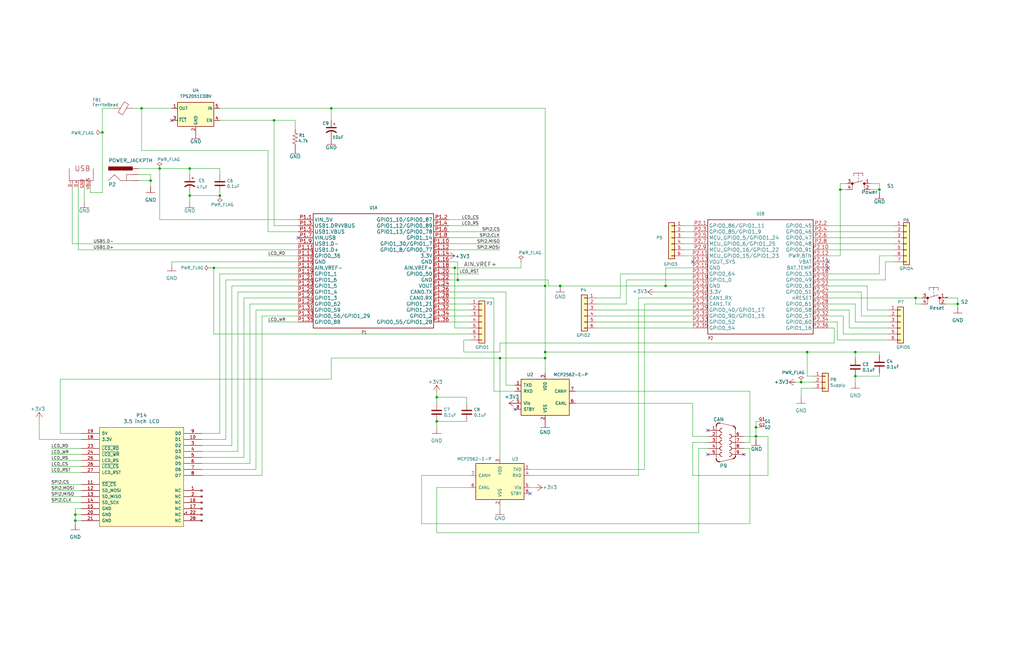
<source format=kicad_sch>
(kicad_sch (version 20250114) (generator "eeschema") (generator_version "9.0")
  (paper "USLedger")
  (title_block (date "2025-04-01"))
  (lib_symbols
    (symbol "Connector_Generic:Conn_01x03" (pin_names (offset 1.016) (hide yes))
      (property "Reference" "J" (at 0 5.08 0))
      (property "Value" "Conn_01x03" (at 0 -5.08 0))
      (symbol "Conn_01x03_1_1"
        (pin passive line (at -5.08 2.54 0) (length 3.81) (name "Pin_1") (number "1"))
        (pin passive line (at -5.08 0 0) (length 3.81) (name "Pin_2") (number "2"))
        (pin passive line (at -5.08 -2.54 0) (length 3.81) (name "Pin_3") (number "3"))
      )
    )
    (symbol "Connector_Generic:Conn_01x06" (pin_names (offset 1.016) (hide yes))
      (property "Reference" "J" (at 0 7.62 0))
      (property "Value" "Conn_01x06" (at 0 -10.16 0))
      (symbol "Conn_01x06_1_1"
        (pin passive line (at -5.08 5.08 0) (length 3.81) (name "Pin_1") (number "1"))
        (pin passive line (at -5.08 2.54 0) (length 3.81) (name "Pin_2") (number "2"))
        (pin passive line (at -5.08 0 0) (length 3.81) (name "Pin_3") (number "3"))
        (pin passive line (at -5.08 -2.54 0) (length 3.81) (name "Pin_4") (number "4"))
        (pin passive line (at -5.08 -5.08 0) (length 3.81) (name "Pin_5") (number "5"))
        (pin passive line (at -5.08 -7.62 0) (length 3.81) (name "Pin_6") (number "6"))
      )
    )
    (symbol "Connector_Generic:Conn_01x07" (pin_names (offset 1.016) (hide yes))
      (property "Reference" "J" (at 0 10.16 0))
      (property "Value" "Conn_01x07" (at 0 -10.16 0))
      (symbol "Conn_01x07_1_1"
        (pin passive line (at -5.08 7.62 0) (length 3.81) (name "Pin_1") (number "1"))
        (pin passive line (at -5.08 5.08 0) (length 3.81) (name "Pin_2") (number "2"))
        (pin passive line (at -5.08 2.54 0) (length 3.81) (name "Pin_3") (number "3"))
        (pin passive line (at -5.08 0 0) (length 3.81) (name "Pin_4") (number "4"))
        (pin passive line (at -5.08 -2.54 0) (length 3.81) (name "Pin_5") (number "5"))
        (pin passive line (at -5.08 -5.08 0) (length 3.81) (name "Pin_6") (number "6"))
        (pin passive line (at -5.08 -7.62 0) (length 3.81) (name "Pin_7") (number "7"))
      )
    )
    (symbol "Device:C" (pin_numbers (hide yes)) (pin_names (offset 0.254))
      (property "Reference" "C" (at 0.635 2.54 0))
      (property "Value" "C" (at 0.635 -2.54 0))
      (symbol "C_1_1"
        (pin passive line (at 0 3.81 270) (length 2.794) (name "~") (number "1"))
        (pin passive line (at 0 -3.81 90) (length 2.794) (name "~") (number "2"))
      )
    )
    (symbol "Device:C_Polarized_US" (pin_numbers (hide yes)) (pin_names (offset 0.254) (hide yes))
      (property "Reference" "C" (at 0.635 2.54 0))
      (property "Value" "C_Polarized_US" (at 0.635 -2.54 0))
      (symbol "C_Polarized_US_1_1"
        (pin passive line (at 0 3.81 270) (length 2.794) (name "~") (number "1"))
        (pin passive line (at 0 -3.81 90) (length 3.302) (name "~") (number "2"))
      )
    )
    (symbol "Device:FerriteBead" (pin_numbers (hide yes)) (pin_names (offset 0))
      (property "Reference" "FB" (at -3.81 0.635 90))
      (property "Value" "FerriteBead" (at 3.81 0 90))
      (symbol "FerriteBead_1_1"
        (pin passive line (at 0 3.81 270) (length 2.54) (name "~") (number "1"))
        (pin passive line (at 0 -3.81 90) (length 2.54) (name "~") (number "2"))
      )
    )
    (symbol "Device:R_US" (pin_numbers (hide yes)) (pin_names (offset 0))
      (property "Reference" "R" (at 2.54 0 90))
      (property "Value" "R_US" (at -2.54 0 90))
      (symbol "R_US_1_1"
        (pin passive line (at 0 3.81 270) (length 1.27) (name "~") (number "1"))
        (pin passive line (at 0 -3.81 90) (length 1.27) (name "~") (number "2"))
      )
    )
    (symbol "Interface_CAN_LIN:MCP2562-E-P" (pin_names (offset 1.016))
      (property "Reference" "U" (at -10.16 8.89 0))
      (property "Value" "MCP2562-E-P" (at 2.54 8.89 0))
      (symbol "MCP2562-E-P_1_1"
        (pin input line (at -12.7 5.08 0) (length 2.54) (name "TXD") (number "1"))
        (pin output line (at -12.7 2.54 0) (length 2.54) (name "RXD") (number "4"))
        (pin power_in line (at -12.7 -2.54 0) (length 2.54) (name "Vio") (number "5"))
        (pin input line (at -12.7 -5.08 0) (length 2.54) (name "STBY") (number "8"))
        (pin power_in line (at 0 10.16 270) (length 2.54) (name "VDD") (number "3"))
        (pin power_in line (at 0 -10.16 90) (length 2.54) (name "VSS") (number "2"))
        (pin bidirectional line (at 12.7 2.54 180) (length 2.54) (name "CANH") (number "7"))
        (pin bidirectional line (at 12.7 -2.54 180) (length 2.54) (name "CANL") (number "6"))
      )
    )
    (symbol "Power_Management:TPS2051CDBV"
      (property "Reference" "U" (at -7.62 -6.35 0))
      (property "Value" "TPS2051CDBV" (at -7.62 6.35 0))
      (symbol "TPS2051CDBV_1_1"
        (pin power_in line (at -10.16 2.54 0) (length 2.54) (name "IN") (number "5"))
        (pin input line (at -10.16 -2.54 0) (length 2.54) (name "EN") (number "4"))
        (pin power_in line (at 0 -7.62 90) (length 2.54) (name "GND") (number "2"))
        (pin power_out line (at 10.16 2.54 180) (length 2.54) (name "OUT") (number "1"))
        (pin open_collector line (at 10.16 -2.54 180) (length 2.54) (name "~{FLT}") (number "3"))
      )
    )
    (symbol "catu:+3V3" (power) (pin_names (offset 1.016))
      (property "Value" "+3V3" (at -2.54 -5.08 90))
      (symbol "+3V3_1_0"
        (pin power_in line (at 0 -2.54 90) (length 2.54) (name "+3V3") (number "1"))
      )
    )
    (symbol "catu:10-XX" (pin_names (offset 1.016))
      (property "Reference" "S" (at -6.35 -2.54 90))
      (property "Value" "10-XX" (at -3.81 3.175 90))
      (symbol "10-XX_1_0"
        (pin passive line (at 0 5.08 270) (length 2.54) (name "S") (number "1"))
        (pin passive line (at 0 -5.08 90) (length 2.54) (name "P") (number "3"))
        (pin passive line (at 2.54 5.08 270) (length 2.54) (name "S1") (number "2"))
        (pin passive line (at 2.54 -5.08 90) (length 2.54) (name "P1") (number "4"))
      )
    )
    (symbol "catu:F09HP" (pin_names (offset 1.016))
      (property "Reference" "P" (at -1.27 8.89 0))
      (property "Value" "F09HP" (at -3.81 -10.795 0))
      (symbol "F09HP_1_0"
        (pin passive line (at -7.62 5.08 0) (length 5.08) (name "1") (number "1"))
        (pin passive line (at -7.62 2.54 0) (length 5.08) (name "2") (number "2"))
        (pin passive line (at -7.62 0 0) (length 5.08) (name "3") (number "3"))
        (pin passive line (at -7.62 -2.54 0) (length 5.08) (name "4") (number "4"))
        (pin passive line (at -7.62 -5.08 0) (length 5.08) (name "5") (number "5"))
        (pin passive line (at 7.62 2.54 180) (length 5.08) (name "6") (number "6"))
        (pin passive line (at 7.62 0 180) (length 5.08) (name "7") (number "7"))
        (pin passive line (at 7.62 -2.54 180) (length 5.08) (name "8") (number "8"))
        (pin passive line (at 7.62 -5.08 180) (length 5.08) (name "9") (number "9"))
      )
      (symbol "F09HP_1_1"
        (pin power_in line (at 15.24 8.89 0) (length 0) (name "G1") (number "G1"))
        (pin power_in line (at 15.24 6.35 0) (length 0) (name "G2") (number "G2"))
      )
    )
    (symbol "catu:GND" (power) (pin_names (offset 1.016))
      (property "Value" "GND" (at -2.54 -2.54 0))
      (symbol "GND_1_0"
        (pin power_in line (at 0 2.54 270) (length 2.54) (name "GND") (number "1"))
      )
    )
    (symbol "catu:LCD_3.5mm" (pin_names (offset 1.016))
      (property "Reference" "P" (at -1.27 28.956 0))
      (property "Value" "3.5 inch LCD" (at -0.254 26.162 0))
      (symbol "LCD_3.5mm_1_1"
        (pin power_in line (at -25.4 21.59 0) (length 7.62) (name "5V") (number "19"))
        (pin power_in line (at -25.4 19.05 0) (length 7.62) (name "3.3V") (number "18"))
        (pin passive line (at -25.4 15.24 0) (length 7.62) (name "~{LCD_RD}") (number "23"))
        (pin passive line (at -25.4 12.7 0) (length 7.62) (name "~{LCD_WR}") (number "24"))
        (pin passive line (at -25.4 10.16 0) (length 7.62) (name "LCD_RS") (number "25"))
        (pin passive line (at -25.4 7.62 0) (length 7.62) (name "~{LCD_CS}") (number "26"))
        (pin passive line (at -25.4 5.08 0) (length 7.62) (name "LCD_RST") (number "27"))
        (pin passive line (at -25.4 0 0) (length 7.62) (name "~{SD_CS}") (number "11"))
        (pin passive line (at -25.4 -2.54 0) (length 7.62) (name "SD_MOSI") (number "12"))
        (pin passive line (at -25.4 -5.08 0) (length 7.62) (name "SD_MISO") (number "13"))
        (pin passive line (at -25.4 -7.62 0) (length 7.62) (name "SD_SCK") (number "14"))
        (pin power_in line (at -25.4 -10.16 0) (length 7.62) (name "GND") (number "15"))
        (pin power_in line (at -25.4 -12.7 0) (length 7.62) (name "GND") (number "20"))
        (pin power_in line (at -25.4 -15.24 0) (length 7.62) (name "GND") (number "21"))
        (pin passive line (at 25.4 21.59 180) (length 7.62) (name "D0") (number "9"))
        (pin passive line (at 25.4 19.05 180) (length 7.62) (name "D1") (number "10"))
        (pin passive line (at 25.4 16.51 180) (length 7.62) (name "D2") (number "3"))
        (pin passive line (at 25.4 13.97 180) (length 7.62) (name "D3") (number "4"))
        (pin passive line (at 25.4 11.43 180) (length 7.62) (name "D4") (number "5"))
        (pin passive line (at 25.4 8.89 180) (length 7.62) (name "D5") (number "6"))
        (pin passive line (at 25.4 6.35 180) (length 7.62) (name "D6") (number "7"))
        (pin passive line (at 25.4 3.81 180) (length 7.62) (name "D7") (number "8"))
        (pin no_connect line (at 25.4 -2.54 180) (length 7.62) (name "NC") (number "1"))
        (pin no_connect line (at 25.4 -5.08 180) (length 7.62) (name "NC") (number "2"))
        (pin no_connect line (at 25.4 -7.62 180) (length 7.62) (name "NC") (number "16"))
        (pin no_connect line (at 25.4 -10.16 180) (length 7.62) (name "NC") (number "17"))
        (pin no_connect input_low (at 25.4 -12.7 180) (length 7.62) (name "NC") (number "22"))
        (pin no_connect line (at 25.4 -15.24 180) (length 7.62) (name "NC") (number "28"))
      )
    )
    (symbol "catu:POWER_JACKPTH" (pin_names (offset 1.016))
      (property "Reference" "J" (at -10.16 0 0))
      (property "Value" "POWER_JACKPTH" (at -10.16 10.16 0))
      (symbol "POWER_JACKPTH_1_0"
        (pin passive line (at 2.54 7.62 180) (length 2.54) (name "PWR") (number "PWR"))
        (pin passive line (at 2.54 5.08 180) (length 2.54) (name "GNDBREAK") (number "GNDBREAK"))
        (pin passive line (at 2.54 2.54 180) (length 2.54) (name "GND") (number "GND"))
      )
    )
    (symbol "catu:PocketBeagle2"
      (property "Reference" "Pocketbeagle-2" (at -7.874 29.21 0))
      (symbol "PocketBeagle2_1_0"
        (text "P1" (at -2.54 -25.4 0) (effects (font (size 1.27 1.0795)) (justify left bottom)))
        (pin passive line (at -29.21 22.86 0) (length 6.35) (name "VIN_5V") (number "P1.1"))
        (pin passive line (at -29.21 20.32 0) (length 6.35) (name "USB1.DRVVBUS") (number "P1.3"))
        (pin passive line (at -29.21 17.78 0) (length 6.35) (name "USB1.VBUS") (number "P1.5"))
        (pin passive line (at -29.21 15.24 0) (length 6.35) (name "VIN.USB") (number "P1.7"))
        (pin passive line (at -29.21 12.7 0) (length 6.35) (name "USB1.D-") (number "P1.9"))
        (pin passive line (at -29.21 10.16 0) (length 6.35) (name "USB1.D+") (number "P1.11"))
        (pin passive line (at -29.21 7.62 0) (length 6.35) (name "GPIO0_36") (number "P1.13"))
        (pin power_in line (at -29.21 5.08 0) (length 6.35) (name "GND") (number "P1.15"))
        (pin power_in line (at -29.21 2.54 0) (length 6.35) (name "AIN.VREF-") (number "P1.17"))
        (pin passive line (at -29.21 0 0) (length 6.35) (name "GPIO1_1") (number "P1.19"))
        (pin passive line (at -29.21 -2.54 0) (length 6.35) (name "GPIO1_6") (number "P1.21"))
        (pin passive line (at -29.21 -5.08 0) (length 6.35) (name "GPIO1_5") (number "P1.23"))
        (pin passive line (at -29.21 -7.62 0) (length 6.35) (name "GPIO1_4") (number "P1.25"))
        (pin passive line (at -29.21 -10.16 0) (length 6.35) (name "GPIO1_3") (number "P1.27"))
        (pin passive line (at -29.21 -12.7 0) (length 6.35) (name "GPIO0_62") (number "P1.29"))
        (pin passive line (at -29.21 -15.24 0) (length 6.35) (name "GPIO0_59") (number "P1.31"))
        (pin passive line (at -29.21 -17.78 0) (length 6.35) (name "GPIO0_56/GPIO1_29") (number "P1.33"))
        (pin passive line (at -29.21 -20.32 0) (length 6.35) (name "GPIO0_88") (number "P1.35"))
        (pin passive line (at 34.29 22.86 180) (length 6.35) (name "GPIO1_10/GPIO0_87") (number "P1.2"))
        (pin passive line (at 34.29 20.32 180) (length 6.35) (name "GPIO1_12/GPIO0_89") (number "P1.4"))
        (pin passive line (at 34.29 17.78 180) (length 6.35) (name "GPIO1_13/GPIO0_78") (number "P1.6"))
        (pin passive line (at 34.29 15.24 180) (length 6.35) (name "GPIO1_14") (number "P1.8"))
        (pin passive line (at 34.29 12.7 180) (length 6.35) (name "GPIO1_30/GPIO1_7") (number "P1.10"))
        (pin passive line (at 34.29 10.16 180) (length 6.35) (name "GPIO1_8/GPIO0_77") (number "P1.12"))
        (pin power_in line (at 34.29 7.62 180) (length 6.35) (name "3.3V") (number "P1.14"))
        (pin power_in line (at 34.29 5.08 180) (length 6.35) (name "GND") (number "P1.16"))
        (pin power_in line (at 34.29 2.54 180) (length 6.35) (name "AIN.VREF+") (number "P1.18"))
        (pin passive line (at 34.29 0 180) (length 6.35) (name "GPIO0_50") (number "P1.20"))
        (pin power_in line (at 34.29 -2.54 180) (length 6.35) (name "GND") (number "P1.22"))
        (pin power_out line (at 34.29 -5.08 180) (length 6.35) (name "VOUT") (number "P1.24"))
        (pin passive line (at 34.29 -7.62 180) (length 6.35) (name "CAN0.TX") (number "P1.26"))
        (pin passive line (at 34.29 -10.16 180) (length 6.35) (name "CAN0.RX") (number "P1.28"))
        (pin passive line (at 34.29 -12.7 180) (length 6.35) (name "GPIO1_21") (number "P1.30"))
        (pin passive line (at 34.29 -15.24 180) (length 6.35) (name "GPIO1_20") (number "P1.32"))
        (pin passive line (at 34.29 -17.78 180) (length 6.35) (name "GPIO1_2") (number "P1.34"))
        (pin passive line (at 34.29 -20.32 180) (length 6.35) (name "GPIO0_55/GPIO1_28") (number "P1.36"))
      )
      (symbol "PocketBeagle2_2_0"
        (text "P2" (at -21.59 -24.13 0) (effects (font (size 1.27 1.0795)) (justify left bottom)))
        (pin passive line (at -27.94 24.13 0) (length 6.35) (name "GPIO0_86/GPIO1_11") (number "P2.1"))
        (pin passive line (at -27.94 21.59 0) (length 6.35) (name "GPIO0_85/GPIO1_9") (number "P2.3"))
        (pin passive line (at -27.94 19.05 0) (length 6.35) (name "MCU_GPIO0_5/GPIO01_24") (number "P2.5"))
        (pin passive line (at -27.94 16.51 0) (length 6.35) (name "MCU_GPIO0_6/GPIO1_25") (number "P2.7"))
        (pin passive line (at -27.94 13.97 0) (length 6.35) (name "MCU_GPIO0_16/GPIO1_22") (number "P2.9"))
        (pin passive line (at -27.94 11.43 0) (length 6.35) (name "MCU_GPIO0_15/GPIO1_23") (number "P2.11"))
        (pin power_out line (at -27.94 8.89 0) (length 6.35) (name "VOUT_SYS") (number "P2.13"))
        (pin power_in line (at -27.94 6.35 0) (length 6.35) (name "GND") (number "P2.15"))
        (pin passive line (at -27.94 3.81 0) (length 6.35) (name "GPIO0_64") (number "P2.17"))
        (pin passive line (at -27.94 1.27 0) (length 6.35) (name "GPIO1_0") (number "P2.19"))
        (pin power_in line (at -27.94 -1.27 0) (length 6.35) (name "GND") (number "P2.21"))
        (pin power_in line (at -27.94 -3.81 0) (length 6.35) (name "3.3V") (number "P2.23"))
        (pin passive line (at -27.94 -6.35 0) (length 6.35) (name "CAN1.RX") (number "P2.25"))
        (pin passive line (at -27.94 -8.89 0) (length 6.35) (name "CAN1.TX") (number "P2.27"))
        (pin passive line (at -27.94 -11.43 0) (length 6.35) (name "GPIO0_40/GPIO1_17") (number "P2.29"))
        (pin passive line (at -27.94 -13.97 0) (length 6.35) (name "GPIO0_90/GPIO1_15") (number "P2.31"))
        (pin passive line (at -27.94 -16.51 0) (length 6.35) (name "GPIO0_52") (number "P2.33"))
        (pin passive line (at -27.94 -19.05 0) (length 6.35) (name "GPIO0_54") (number "P2.35"))
        (pin passive line (at 29.21 24.13 180) (length 6.35) (name "GPIO0_45") (number "P2.2"))
        (pin passive line (at 29.21 21.59 180) (length 6.35) (name "GPIO0_46") (number "P2.4"))
        (pin passive line (at 29.21 19.05 180) (length 6.35) (name "GPIO0_47") (number "P2.6"))
        (pin passive line (at 29.21 16.51 180) (length 6.35) (name "GPIO0_48") (number "P2.8"))
        (pin passive line (at 29.21 13.97 180) (length 6.35) (name "GPIO0_91") (number "P2.10"))
        (pin passive line (at 29.21 11.43 180) (length 6.35) (name "PWR.BTN") (number "P2.12"))
        (pin passive line (at 29.21 8.89 180) (length 6.35) (name "VBAT") (number "P2.14"))
        (pin passive line (at 29.21 6.35 180) (length 6.35) (name "BAT.TEMP") (number "P2.16"))
        (pin passive line (at 29.21 3.81 180) (length 6.35) (name "GPIO0_53") (number "P2.18"))
        (pin passive line (at 29.21 1.27 180) (length 6.35) (name "GPIO0_49") (number "P2.20"))
        (pin passive line (at 29.21 -1.27 180) (length 6.35) (name "GPIO0_63") (number "P2.22"))
        (pin passive line (at 29.21 -3.81 180) (length 6.35) (name "GPIO0_51") (number "P2.24"))
        (pin passive line (at 29.21 -6.35 180) (length 6.35) (name "nRESET") (number "P2.26"))
        (pin passive line (at 29.21 -8.89 180) (length 6.35) (name "GPIO0_61") (number "P2.28"))
        (pin passive line (at 29.21 -11.43 180) (length 6.35) (name "GPIO0_58") (number "P2.30"))
        (pin passive line (at 29.21 -13.97 180) (length 6.35) (name "GPIO0_57") (number "P2.32"))
        (pin passive line (at 29.21 -16.51 180) (length 6.35) (name "GPIO0_60") (number "P2.34"))
        (pin passive line (at 29.21 -19.05 180) (length 6.35) (name "GPIO1_16") (number "P2.36"))
      )
    )
    (symbol "catu:USB-A-H" (pin_names (offset 1.016))
      (symbol "USB-A-H_1_0"
        (text "USB" (at 3.81 0 900) (effects (font (size 2.159 2.159)) (justify left bottom)))
        (pin passive line (at -2.54 7.62 0) (length 2.54) (name "D+") (number "D-"))
        (pin passive line (at -2.54 5.08 0) (length 2.54) (name "D-") (number "D+"))
        (pin power_in line (at -2.54 2.54 0) (length 2.54) (name "VBUS") (number "GND"))
        (pin power_in line (at -2.54 0 0) (length 2.54) (name "GND") (number "VBUS"))
      )
    )
    (symbol "power:PWR_FLAG" (power) (pin_numbers (hide yes)) (pin_names (offset 0) (hide yes))
      (property "Value" "PWR_FLAG" (at 0 3.81 0))
      (symbol "PWR_FLAG_0_0"
        (pin power_out line (at 0 0 90) (length 0) (name "~") (number "1"))
      )
    )
  )
  (junction (at 31.75 217.17))
  (junction (at 360.68 148.59))
  (junction (at 67.31 71.12))
  (junction (at 31.75 219.71))
  (junction (at 63.5 76.2))
  (junction (at 92.71 82.55))
  (junction (at 184.15 167.64))
  (junction (at 386.08 125.73))
  (junction (at 210.82 151.13))
  (junction (at 193.04 118.11))
  (junction (at 115.57 50.8))
  (junction (at 360.68 158.75))
  (junction (at 337.82 161.29))
  (junction (at 403.86 128.27))
  (junction (at 318.77 184.15))
  (junction (at 318.77 180.34))
  (junction (at 80.01 82.55))
  (junction (at 229.87 148.59))
  (junction (at 229.87 151.13))
  (junction (at 354.33 80.01))
  (junction (at 80.01 71.12))
  (junction (at 236.22 120.65))
  (junction (at 340.36 148.59))
  (junction (at 59.69 45.72))
  (junction (at 90.17 113.03))
  (junction (at 280.67 120.65))
  (junction (at 184.15 177.8))
  (junction (at 229.87 120.65))
  (junction (at 191.77 113.03))
  (junction (at 43.18 55.88))
  (junction (at 370.84 80.01))
  (junction (at 139.7 45.72))
  (no_connect (at 292.1 110.49))
  (no_connect (at 298.45 181.61))
  (no_connect (at 72.39 50.8))
  (no_connect (at 125.73 100.33))
  (no_connect (at 217.17 172.72))
  (no_connect (at 313.69 191.77))
  (no_connect (at 298.45 191.77))
  (no_connect (at 349.25 113.03))
  (no_connect (at 349.25 110.49))
  (no_connect (at 223.52 208.28))
  (wire (pts (xy 33.02 105.41) (xy 125.73 105.41)))
  (wire (pts (xy 21.59 204.47) (xy 34.29 204.47)))
  (wire (pts (xy 316.23 189.23) (xy 313.69 189.23)))
  (wire (pts (xy 223.52 198.12) (xy 271.78 198.12)))
  (wire (pts (xy 193.04 118.11) (xy 189.23 118.11)))
  (wire (pts (xy 189.23 110.49) (xy 193.04 110.49)))
  (wire (pts (xy 373.38 118.11) (xy 373.38 110.49)))
  (wire (pts (xy 90.17 113.03) (xy 125.73 113.03)))
  (wire (pts (xy 349.25 115.57) (xy 370.84 115.57)))
  (wire (pts (xy 177.8 200.66) (xy 177.8 220.98)))
  (wire (pts (xy 349.25 128.27) (xy 360.68 128.27)))
  (wire (pts (xy 80.01 71.12) (xy 92.71 71.12)))
  (wire (pts (xy 363.22 123.19) (xy 363.22 133.35)))
  (wire (pts (xy 189.23 97.79) (xy 210.82 97.79)))
  (wire (pts (xy 58.42 73.66) (xy 63.5 73.66)))
  (wire (pts (xy 21.59 207.01) (xy 34.29 207.01)))
  (wire (pts (xy 210.82 151.13) (xy 210.82 193.04)))
  (wire (pts (xy 370.84 81.28) (xy 370.84 80.01)))
  (wire (pts (xy 100.33 123.19) (xy 125.73 123.19)))
  (wire (pts (xy 139.7 151.13) (xy 139.7 160.02)))
  (wire (pts (xy 231.14 118.11) (xy 231.14 120.65)))
  (wire (pts (xy 354.33 77.47) (xy 356.87 77.47)))
  (wire (pts (xy 323.85 184.15) (xy 318.77 184.15)))
  (wire (pts (xy 367.03 77.47) (xy 370.84 77.47)))
  (wire (pts (xy 21.59 189.23) (xy 34.29 189.23)))
  (wire (pts (xy 184.15 177.8) (xy 196.85 177.8)))
  (wire (pts (xy 85.09 200.66) (xy 110.49 200.66)))
  (wire (pts (xy 251.46 128.27) (xy 264.16 128.27)))
  (wire (pts (xy 210.82 148.59) (xy 195.58 148.59)))
  (wire (pts (xy 31.75 217.17) (xy 31.75 219.71)))
  (wire (pts (xy 365.76 130.81) (xy 374.65 130.81)))
  (wire (pts (xy 251.46 138.43) (xy 292.1 138.43)))
  (wire (pts (xy 195.58 148.59) (xy 195.58 143.51)))
  (wire (pts (xy 80.01 81.28) (xy 80.01 82.55)))
  (wire (pts (xy 38.1 81.28) (xy 43.18 81.28)))
  (wire (pts (xy 63.5 76.2) (xy 58.42 76.2)))
  (wire (pts (xy 349.25 107.95) (xy 354.33 107.95)))
  (wire (pts (xy 63.5 73.66) (xy 63.5 76.2)))
  (wire (pts (xy 189.23 105.41) (xy 210.82 105.41)))
  (wire (pts (xy 59.69 63.5) (xy 59.69 45.72)))
  (wire (pts (xy 340.36 148.59) (xy 340.36 158.75)))
  (wire (pts (xy 21.59 196.85) (xy 34.29 196.85)))
  (wire (pts (xy 229.87 148.59) (xy 340.36 148.59)))
  (wire (pts (xy 355.6 140.97) (xy 374.65 140.97)))
  (wire (pts (xy 288.29 107.95) (xy 292.1 107.95)))
  (wire (pts (xy 386.08 125.73) (xy 386.08 128.27)))
  (wire (pts (xy 340.36 148.59) (xy 360.68 148.59)))
  (wire (pts (xy 349.25 105.41) (xy 377.19 105.41)))
  (wire (pts (xy 193.04 110.49) (xy 193.04 118.11)))
  (wire (pts (xy 360.68 158.75) (xy 370.84 158.75)))
  (wire (pts (xy 184.15 167.64) (xy 184.15 170.18)))
  (wire (pts (xy 85.09 185.42) (xy 95.25 185.42)))
  (wire (pts (xy 354.33 77.47) (xy 354.33 80.01)))
  (wire (pts (xy 198.12 200.66) (xy 177.8 200.66)))
  (wire (pts (xy 370.84 158.75) (xy 370.84 157.48)))
  (wire (pts (xy 370.84 107.95) (xy 377.19 107.95)))
  (wire (pts (xy 360.68 158.75) (xy 360.68 161.29)))
  (wire (pts (xy 251.46 130.81) (xy 292.1 130.81)))
  (wire (pts (xy 269.24 125.73) (xy 292.1 125.73)))
  (wire (pts (xy 139.7 160.02) (xy 25.4 160.02)))
  (wire (pts (xy 35.56 85.09) (xy 35.56 78.74)))
  (wire (pts (xy 85.09 182.88) (xy 92.71 182.88)))
  (wire (pts (xy 337.82 163.83) (xy 342.9 163.83)))
  (wire (pts (xy 31.75 214.63) (xy 31.75 217.17)))
  (wire (pts (xy 107.95 198.12) (xy 107.95 130.81)))
  (wire (pts (xy 30.48 78.74) (xy 30.48 102.87)))
  (wire (pts (xy 353.06 135.89) (xy 353.06 143.51)))
  (wire (pts (xy 195.58 143.51) (xy 198.12 143.51)))
  (wire (pts (xy 115.57 50.8) (xy 124.46 50.8)))
  (wire (pts (xy 360.68 148.59) (xy 370.84 148.59)))
  (wire (pts (xy 189.23 102.87) (xy 210.82 102.87)))
  (wire (pts (xy 354.33 80.01) (xy 356.87 80.01)))
  (wire (pts (xy 349.25 123.19) (xy 363.22 123.19)))
  (wire (pts (xy 189.23 125.73) (xy 208.28 125.73)))
  (wire (pts (xy 107.95 130.81) (xy 125.73 130.81)))
  (wire (pts (xy 353.06 143.51) (xy 374.65 143.51)))
  (wire (pts (xy 349.25 135.89) (xy 353.06 135.89)))
  (wire (pts (xy 72.39 110.49) (xy 125.73 110.49)))
  (wire (pts (xy 242.57 165.1) (xy 316.23 165.1)))
  (wire (pts (xy 370.84 77.47) (xy 370.84 80.01)))
  (wire (pts (xy 398.78 125.73) (xy 403.86 125.73)))
  (wire (pts (xy 351.79 144.78) (xy 210.82 144.78)))
  (wire (pts (xy 242.57 170.18) (xy 292.1 170.18)))
  (wire (pts (xy 288.29 105.41) (xy 292.1 105.41)))
  (wire (pts (xy 313.69 184.15) (xy 318.77 184.15)))
  (wire (pts (xy 349.25 133.35) (xy 355.6 133.35)))
  (wire (pts (xy 213.36 123.19) (xy 213.36 162.56)))
  (wire (pts (xy 16.51 185.42) (xy 34.29 185.42)))
  (wire (pts (xy 360.68 148.59) (xy 360.68 151.13)))
  (wire (pts (xy 360.68 135.89) (xy 374.65 135.89)))
  (wire (pts (xy 48.26 45.72) (xy 43.18 45.72)))
  (wire (pts (xy 403.86 128.27) (xy 403.86 129.54)))
  (wire (pts (xy 264.16 128.27) (xy 264.16 118.11)))
  (wire (pts (xy 229.87 148.59) (xy 229.87 151.13)))
  (wire (pts (xy 349.25 118.11) (xy 373.38 118.11)))
  (wire (pts (xy 189.23 120.65) (xy 229.87 120.65)))
  (wire (pts (xy 349.25 138.43) (xy 351.79 138.43)))
  (wire (pts (xy 219.71 110.49) (xy 219.71 113.03)))
  (wire (pts (xy 365.76 120.65) (xy 365.76 130.81)))
  (wire (pts (xy 275.59 123.19) (xy 292.1 123.19)))
  (wire (pts (xy 139.7 45.72) (xy 139.7 50.8)))
  (wire (pts (xy 43.18 45.72) (xy 43.18 55.88)))
  (wire (pts (xy 198.12 130.81) (xy 189.23 130.81)))
  (wire (pts (xy 292.1 120.65) (xy 280.67 120.65)))
  (wire (pts (xy 271.78 128.27) (xy 271.78 198.12)))
  (wire (pts (xy 292.1 186.69) (xy 292.1 200.66)))
  (wire (pts (xy 191.77 113.03) (xy 219.71 113.03)))
  (wire (pts (xy 229.87 120.65) (xy 229.87 148.59)))
  (wire (pts (xy 318.77 180.34) (xy 318.77 184.15)))
  (wire (pts (xy 292.1 170.18) (xy 292.1 184.15)))
  (wire (pts (xy 25.4 160.02) (xy 25.4 182.88)))
  (wire (pts (xy 184.15 205.74) (xy 184.15 224.79)))
  (wire (pts (xy 72.39 110.49) (xy 72.39 111.76)))
  (wire (pts (xy 21.59 212.09) (xy 34.29 212.09)))
  (wire (pts (xy 269.24 125.73) (xy 269.24 200.66)))
  (wire (pts (xy 85.09 198.12) (xy 107.95 198.12)))
  (wire (pts (xy 58.42 71.12) (xy 67.31 71.12)))
  (wire (pts (xy 80.01 71.12) (xy 80.01 73.66)))
  (wire (pts (xy 63.5 76.2) (xy 63.5 78.74)))
  (wire (pts (xy 189.23 113.03) (xy 191.77 113.03)))
  (wire (pts (xy 294.64 189.23) (xy 298.45 189.23)))
  (wire (pts (xy 196.85 167.64) (xy 196.85 170.18)))
  (wire (pts (xy 198.12 135.89) (xy 189.23 135.89)))
  (wire (pts (xy 92.71 71.12) (xy 92.71 73.66)))
  (wire (pts (xy 201.93 115.57) (xy 189.23 115.57)))
  (wire (pts (xy 208.28 125.73) (xy 208.28 165.1)))
  (wire (pts (xy 349.25 125.73) (xy 386.08 125.73)))
  (wire (pts (xy 191.77 138.43) (xy 198.12 138.43)))
  (wire (pts (xy 184.15 224.79) (xy 294.64 224.79)))
  (wire (pts (xy 288.29 95.25) (xy 292.1 95.25)))
  (wire (pts (xy 95.25 118.11) (xy 125.73 118.11)))
  (wire (pts (xy 88.9 113.03) (xy 90.17 113.03)))
  (wire (pts (xy 113.03 97.79) (xy 113.03 63.5)))
  (wire (pts (xy 358.14 138.43) (xy 374.65 138.43)))
  (wire (pts (xy 191.77 113.03) (xy 191.77 138.43)))
  (wire (pts (xy 85.09 195.58) (xy 105.41 195.58)))
  (wire (pts (xy 67.31 92.71) (xy 125.73 92.71)))
  (wire (pts (xy 85.09 187.96) (xy 97.79 187.96)))
  (wire (pts (xy 349.25 120.65) (xy 365.76 120.65)))
  (wire (pts (xy 210.82 151.13) (xy 229.87 151.13)))
  (wire (pts (xy 370.84 148.59) (xy 370.84 149.86)))
  (wire (pts (xy 124.46 50.8) (xy 124.46 54.61)))
  (wire (pts (xy 292.1 200.66) (xy 323.85 200.66)))
  (wire (pts (xy 288.29 100.33) (xy 292.1 100.33)))
  (wire (pts (xy 288.29 97.79) (xy 292.1 97.79)))
  (wire (pts (xy 67.31 71.12) (xy 67.31 92.71)))
  (wire (pts (xy 236.22 120.65) (xy 280.67 120.65)))
  (wire (pts (xy 193.04 118.11) (xy 231.14 118.11)))
  (wire (pts (xy 349.25 130.81) (xy 358.14 130.81)))
  (wire (pts (xy 261.62 125.73) (xy 261.62 115.57)))
  (wire (pts (xy 337.82 167.64) (xy 337.82 163.83)))
  (wire (pts (xy 85.09 193.04) (xy 102.87 193.04)))
  (wire (pts (xy 21.59 209.55) (xy 34.29 209.55)))
  (wire (pts (xy 38.1 78.74) (xy 38.1 81.28)))
  (wire (pts (xy 189.23 100.33) (xy 210.82 100.33)))
  (wire (pts (xy 210.82 151.13) (xy 139.7 151.13)))
  (wire (pts (xy 229.87 157.48) (xy 229.87 151.13)))
  (wire (pts (xy 316.23 220.98) (xy 316.23 189.23)))
  (wire (pts (xy 208.28 165.1) (xy 217.17 165.1)))
  (wire (pts (xy 294.64 224.79) (xy 294.64 189.23)))
  (wire (pts (xy 321.31 177.8) (xy 318.77 177.8)))
  (wire (pts (xy 34.29 214.63) (xy 31.75 214.63)))
  (wire (pts (xy 349.25 102.87) (xy 377.19 102.87)))
  (wire (pts (xy 100.33 190.5) (xy 100.33 123.19)))
  (wire (pts (xy 110.49 200.66) (xy 110.49 133.35)))
  (wire (pts (xy 229.87 45.72) (xy 229.87 120.65)))
  (wire (pts (xy 403.86 125.73) (xy 403.86 128.27)))
  (wire (pts (xy 370.84 115.57) (xy 370.84 107.95)))
  (wire (pts (xy 251.46 125.73) (xy 261.62 125.73)))
  (wire (pts (xy 21.59 191.77) (xy 34.29 191.77)))
  (wire (pts (xy 226.06 205.74) (xy 223.52 205.74)))
  (wire (pts (xy 184.15 177.8) (xy 184.15 180.34)))
  (wire (pts (xy 139.7 45.72) (xy 229.87 45.72)))
  (wire (pts (xy 349.25 97.79) (xy 377.19 97.79)))
  (wire (pts (xy 210.82 213.36) (xy 210.82 214.63)))
  (wire (pts (xy 33.02 78.74) (xy 33.02 105.41)))
  (wire (pts (xy 67.31 71.12) (xy 80.01 71.12)))
  (wire (pts (xy 210.82 144.78) (xy 210.82 148.59)))
  (wire (pts (xy 72.39 45.72) (xy 59.69 45.72)))
  (wire (pts (xy 335.28 161.29) (xy 337.82 161.29)))
  (wire (pts (xy 97.79 120.65) (xy 125.73 120.65)))
  (wire (pts (xy 351.79 138.43) (xy 351.79 144.78)))
  (wire (pts (xy 198.12 205.74) (xy 184.15 205.74)))
  (wire (pts (xy 354.33 80.01) (xy 354.33 107.95)))
  (wire (pts (xy 184.15 165.1) (xy 184.15 167.64)))
  (wire (pts (xy 90.17 113.03) (xy 90.17 140.97)))
  (wire (pts (xy 92.71 81.28) (xy 92.71 82.55)))
  (wire (pts (xy 298.45 186.69) (xy 292.1 186.69)))
  (wire (pts (xy 271.78 128.27) (xy 292.1 128.27)))
  (wire (pts (xy 115.57 95.25) (xy 125.73 95.25)))
  (wire (pts (xy 251.46 135.89) (xy 292.1 135.89)))
  (wire (pts (xy 318.77 180.34) (xy 321.31 180.34)))
  (wire (pts (xy 92.71 115.57) (xy 125.73 115.57)))
  (wire (pts (xy 95.25 185.42) (xy 95.25 118.11)))
  (wire (pts (xy 113.03 107.95) (xy 125.73 107.95)))
  (wire (pts (xy 403.86 128.27) (xy 398.78 128.27)))
  (wire (pts (xy 92.71 45.72) (xy 139.7 45.72)))
  (wire (pts (xy 110.49 133.35) (xy 125.73 133.35)))
  (wire (pts (xy 323.85 200.66) (xy 323.85 184.15)))
  (wire (pts (xy 360.68 128.27) (xy 360.68 135.89)))
  (wire (pts (xy 231.14 120.65) (xy 236.22 120.65)))
  (wire (pts (xy 105.41 128.27) (xy 125.73 128.27)))
  (wire (pts (xy 223.52 200.66) (xy 269.24 200.66)))
  (wire (pts (xy 31.75 219.71) (xy 34.29 219.71)))
  (wire (pts (xy 349.25 95.25) (xy 377.19 95.25)))
  (wire (pts (xy 318.77 184.15) (xy 318.77 185.42)))
  (wire (pts (xy 59.69 45.72) (xy 55.88 45.72)))
  (wire (pts (xy 358.14 130.81) (xy 358.14 138.43)))
  (wire (pts (xy 31.75 217.17) (xy 34.29 217.17)))
  (wire (pts (xy 16.51 176.53) (xy 16.51 185.42)))
  (wire (pts (xy 105.41 195.58) (xy 105.41 128.27)))
  (wire (pts (xy 373.38 110.49) (xy 377.19 110.49)))
  (wire (pts (xy 386.08 125.73) (xy 388.62 125.73)))
  (wire (pts (xy 92.71 182.88) (xy 92.71 115.57)))
  (wire (pts (xy 125.73 97.79) (xy 113.03 97.79)))
  (wire (pts (xy 292.1 113.03) (xy 280.67 113.03)))
  (wire (pts (xy 198.12 128.27) (xy 189.23 128.27)))
  (wire (pts (xy 92.71 50.8) (xy 115.57 50.8)))
  (wire (pts (xy 349.25 100.33) (xy 377.19 100.33)))
  (wire (pts (xy 251.46 133.35) (xy 292.1 133.35)))
  (wire (pts (xy 30.48 102.87) (xy 125.73 102.87)))
  (wire (pts (xy 115.57 50.8) (xy 115.57 95.25)))
  (wire (pts (xy 102.87 125.73) (xy 125.73 125.73)))
  (wire (pts (xy 43.18 55.88) (xy 43.18 81.28)))
  (wire (pts (xy 355.6 133.35) (xy 355.6 140.97)))
  (wire (pts (xy 201.93 95.25) (xy 189.23 95.25)))
  (wire (pts (xy 198.12 133.35) (xy 189.23 133.35)))
  (wire (pts (xy 337.82 161.29) (xy 342.9 161.29)))
  (wire (pts (xy 25.4 182.88) (xy 34.29 182.88)))
  (wire (pts (xy 280.67 113.03) (xy 280.67 120.65)))
  (wire (pts (xy 264.16 118.11) (xy 292.1 118.11)))
  (wire (pts (xy 201.93 92.71) (xy 189.23 92.71)))
  (wire (pts (xy 177.8 220.98) (xy 316.23 220.98)))
  (wire (pts (xy 363.22 133.35) (xy 374.65 133.35)))
  (wire (pts (xy 85.09 190.5) (xy 100.33 190.5)))
  (wire (pts (xy 21.59 199.39) (xy 34.29 199.39)))
  (wire (pts (xy 31.75 219.71) (xy 31.75 220.98)))
  (wire (pts (xy 316.23 186.69) (xy 313.69 186.69)))
  (wire (pts (xy 367.03 80.01) (xy 370.84 80.01)))
  (wire (pts (xy 340.36 158.75) (xy 342.9 158.75)))
  (wire (pts (xy 102.87 193.04) (xy 102.87 125.73)))
  (wire (pts (xy 80.01 82.55) (xy 80.01 85.09)))
  (wire (pts (xy 113.03 135.89) (xy 125.73 135.89)))
  (wire (pts (xy 184.15 167.64) (xy 196.85 167.64)))
  (wire (pts (xy 113.03 63.5) (xy 59.69 63.5)))
  (wire (pts (xy 292.1 184.15) (xy 298.45 184.15)))
  (wire (pts (xy 21.59 194.31) (xy 34.29 194.31)))
  (wire (pts (xy 288.29 102.87) (xy 292.1 102.87)))
  (wire (pts (xy 318.77 177.8) (xy 318.77 180.34)))
  (wire (pts (xy 189.23 123.19) (xy 213.36 123.19)))
  (wire (pts (xy 261.62 115.57) (xy 292.1 115.57)))
  (wire (pts (xy 213.36 162.56) (xy 217.17 162.56)))
  (wire (pts (xy 97.79 187.96) (xy 97.79 120.65)))
  (wire (pts (xy 386.08 128.27) (xy 388.62 128.27)))
  (wire (pts (xy 90.17 140.97) (xy 198.12 140.97)))
  (wire (pts (xy 80.01 82.55) (xy 92.71 82.55)))
  (wire (pts (xy 316.23 165.1) (xy 316.23 186.69)))
  (label "SPI2.CS" (at 210.82 97.79 180))
  (label "USB1.D+" (at 39.37 105.41 0))
  (label "USB1.D-" (at 39.37 102.87 0))
  (label "LCD_RS" (at 201.93 95.25 180))
  (label "SPI2.CLK" (at 21.59 212.09 0))
  (label "LCD_RS" (at 21.59 194.31 0))
  (label "LCD_RST" (at 201.93 115.57 180))
  (label "SPI2.CLK" (at 210.82 100.33 180))
  (label "SPI2.MISO" (at 210.82 102.87 180))
  (label "LCD_CS" (at 21.59 196.85 0))
  (label "SPI2.CS" (at 21.59 204.47 0))
  (label "LCD_WR" (at 21.59 191.77 0))
  (label "SPI2.MOSI" (at 21.59 207.01 0))
  (label "SPI2.MOSI" (at 210.82 105.41 180))
  (label "LCD_RD" (at 21.59 189.23 0))
  (label "AIN.VREF+" (at 195.58 113.03 0) (effects (font (size 1.778 1.778))))
  (label "LCD_CS" (at 201.93 92.71 180))
  (label "LCD_RD" (at 113.03 107.95 0))
  (label "SPI2.MISO" (at 21.59 209.55 0))
  (label "GND" (at 398.78 125.73 0) (effects (font (size 0.254 0.254))))
  (label "LCD_WR" (at 113.03 135.89 0))
  (label "LCD_RST" (at 21.59 199.39 0))
  (symbol (lib_id "catu:USB-A-H") (at 38.1 76.2 90) (unit 1)
    (property "Reference" "P1" (effects (hide yes)))
    (property "Value" "USB-A-H" (effects (hide yes)))
    (property "Footprint" "catu:USB-A-H" (effects (hide yes)))
  )
  (symbol (lib_id "Connector_Generic:Conn_01x03") (at 347.98 161.29 0) (unit 1)
    (property "Reference" "P8" (at 350.012 160.2232 0) (effects (justify left)))
    (property "Value" "Supply" (at 350.012 162.5346 0) (effects (justify left)))
    (property "Footprint" "Connector_PinSocket_2.54mm:PinSocket_1x03_P2.54mm_Vertical" (effects (hide yes)))
    (property "Description" "Generic connector, single row, 01x03, script generated (kicad-library-utils/schlib/autogen/connector/)" (effects (hide yes)))
  )
  (symbol (lib_id "catu:GND") (at 337.82 170.18 0) (unit 1)
    (property "Reference" "#GND0111" (effects (hide yes)))
    (property "Value" "GND" (at 337.82 173.2534 0) (effects (font (size 1.4986 1.4986))))
  )
  (symbol (lib_id "catu:+3V3") (at 332.74 161.29 90) (unit 1)
    (property "Reference" "#+3V0101" (effects (hide yes)))
    (property "Value" "+3V3" (at 326.39 162.052 90) (effects (font (size 1.4986 1.4986)) (justify right top)))
  )
  (symbol (lib_id "Device:C") (at 360.68 154.94 0) (unit 1)
    (property "Reference" "C3" (at 363.601 153.7716 0) (effects (justify left)))
    (property "Value" "0.1uF" (at 363.601 156.083 0) (effects (justify left)))
    (property "Footprint" "Capacitor_SMD:C_0805_2012Metric" (effects (hide yes)))
    (property "Description" "Unpolarized capacitor" (effects (hide yes)))
  )
  (symbol (lib_id "Device:C") (at 370.84 153.67 0) (unit 1)
    (property "Reference" "C4" (at 373.761 152.5016 0) (effects (justify left)))
    (property "Value" "0.1uF" (at 373.761 154.813 0) (effects (justify left)))
    (property "Footprint" "Capacitor_SMD:C_0805_2012Metric" (effects (hide yes)))
    (property "Description" "Unpolarized capacitor" (effects (hide yes)))
  )
  (symbol (lib_id "catu:GND") (at 360.68 163.83 0) (unit 1)
    (property "Reference" "#GND0113" (effects (hide yes)))
    (property "Value" "GND" (at 360.68 166.9034 0) (effects (font (size 1.4986 1.4986))))
  )
  (symbol (lib_id "catu:10-XX") (at 393.7 125.73 270) (unit 1)
    (property "Reference" "S2" (at 405.13 128.27 90) (effects (font (size 1.4986 1.4986)) (justify left bottom)))
    (property "Value" "Reset" (at 391.795 130.81 90) (effects (font (size 1.4986 1.4986)) (justify left bottom)))
    (property "Footprint" "catu:B3F-10XX" (effects (hide yes)))
  )
  (symbol (lib_id "Interface_CAN_LIN:MCP2562-E-P") (at 229.87 167.64 0) (unit 1)
    (property "Reference" "U2" (at 223.52 158.115 0))
    (property "Value" "MCP2562-E-P" (at 240.665 158.115 0))
    (property "Footprint" "Package_SO:SO-8_3.9x4.9mm_P1.27mm" (effects (hide yes)))
    (property "Datasheet" "http://ww1.microchip.com/downloads/en/DeviceDoc/25167A.pdf" (effects (hide yes)))
    (property "Description" "High-Speed CAN Transceiver, 1Mbps, 5V supply, Vio pin, -40C to +125C, DIP-8" (effects (hide yes)))
  )
  (symbol (lib_id "catu:+3V3") (at 214.63 170.18 90) (unit 1)
    (property "Reference" "#+3V0102" (effects (hide yes)))
    (property "Value" "+3V3" (at 212.725 168.275 90) (effects (font (size 1.4986 1.4986)) (justify right top)))
  )
  (symbol (lib_id "Interface_CAN_LIN:MCP2562-E-P") (at 210.82 203.2 0) (mirror y) (unit 1)
    (property "Reference" "U3" (at 217.17 193.675 0))
    (property "Value" "MCP2562-E-P" (at 200.025 193.675 0))
    (property "Footprint" "Package_SO:SO-8_3.9x4.9mm_P1.27mm" (effects (hide yes)))
    (property "Datasheet" "http://ww1.microchip.com/downloads/en/DeviceDoc/25167A.pdf" (effects (hide yes)))
    (property "Description" "High-Speed CAN Transceiver, 1Mbps, 5V supply, Vio pin, -40C to +125C, DIP-8" (effects (hide yes)))
  )
  (symbol (lib_id "catu:+3V3") (at 228.6 205.74 270) (mirror x) (unit 1)
    (property "Reference" "#+3V0103" (effects (hide yes)))
    (property "Value" "+3V3" (at 234.95 206.502 90) (effects (font (size 1.4986 1.4986)) (justify right top)))
  )
  (symbol (lib_id "catu:+3V3") (at 273.05 123.19 90) (unit 1)
    (property "Reference" "#+3V0104" (effects (hide yes)))
    (property "Value" "+3V3" (at 266.7 123.825 90) (effects (font (size 1.4986 1.4986)) (justify right top)))
  )
  (symbol (lib_id "catu:+3V3") (at 191.77 107.95 270) (unit 1)
    (property "Reference" "#+3V0105" (effects (hide yes)))
    (property "Value" "+3V3" (at 198.12 107.315 90) (effects (font (size 1.4986 1.4986)) (justify right top)))
  )
  (symbol (lib_id "catu:GND") (at 370.84 83.82 0) (unit 1)
    (property "Reference" "#GND0101" (effects (hide yes)))
    (property "Value" "GND" (at 370.84 85.09 0) (effects (font (size 1.4986 1.4986))))
  )
  (symbol (lib_id "catu:GND") (at 403.86 132.08 0) (unit 1)
    (property "Reference" "#GND0102" (effects (hide yes)))
    (property "Value" "GND" (at 403.86 135.1534 0) (effects (font (size 1.4986 1.4986))))
  )
  (symbol (lib_id "catu:GND") (at 318.77 187.96 0) (unit 1)
    (property "Reference" "#GND0103" (effects (hide yes)))
    (property "Value" "GND" (at 319.024 189.484 0) (effects (font (size 1.4986 1.4986))))
  )
  (symbol (lib_id "catu:GND") (at 210.82 217.17 0) (unit 1)
    (property "Reference" "#GND0104" (effects (hide yes)))
    (property "Value" "GND" (at 210.82 218.694 0) (effects (font (size 1.4986 1.4986))))
  )
  (symbol (lib_id "catu:GND") (at 72.39 114.3 0) (unit 1)
    (property "Reference" "#GND0107" (effects (hide yes)))
    (property "Value" "GND" (at 72.39 117.3734 0) (effects (font (size 1.4986 1.4986))))
  )
  (symbol (lib_id "catu:GND") (at 63.5 81.28 0) (unit 1)
    (property "Reference" "#GND0109" (effects (hide yes)))
    (property "Value" "GND" (at 63.5 84.3534 0) (effects (font (size 1.4986 1.4986))))
  )
  (symbol (lib_id "catu:GND") (at 229.87 180.34 0) (unit 1)
    (property "Reference" "#GND0110" (effects (hide yes)))
    (property "Value" "GND" (at 229.87 182.372 0) (effects (font (size 1.4986 1.4986))))
  )
  (symbol (lib_id "power:PWR_FLAG") (at 67.31 71.12 0) (unit 1)
    (property "Reference" "#FLG0101" (effects (hide yes)))
    (property "Value" "PWR_FLAG" (at 71.12 67.31 0))
    (property "Description" "Special symbol for telling ERC where power comes from" (effects (hide yes)))
  )
  (symbol (lib_id "catu:10-XX") (at 361.95 77.47 270) (unit 1)
    (property "Reference" "S1" (at 374.015 79.375 90) (effects (font (size 1.4986 1.4986)) (justify left bottom)))
    (property "Value" "Power" (at 363.22 81.915 90) (effects (font (size 1.4986 1.4986)) (justify left bottom)))
    (property "Footprint" "catu:B3F-10XX" (effects (hide yes)))
  )
  (symbol (lib_id "catu:POWER_JACKPTH") (at 55.88 78.74 0) (unit 1)
    (property "Reference" "P2" (at 45.72 78.74 0) (effects (font (size 1.4986 1.4986)) (justify left bottom)))
    (property "Value" "POWER_JACKPTH" (at 45.72 68.58 0) (effects (font (size 1.4986 1.4986)) (justify left bottom)))
    (property "Footprint" "catu:POWER_JACK_PTH" (effects (hide yes)))
  )
  (symbol (lib_id "Device:C") (at 92.71 77.47 0) (unit 1)
    (property "Reference" "C6" (at 95.631 76.3016 0) (effects (justify left)))
    (property "Value" "0.1uF" (at 95.631 78.613 0) (effects (justify left)))
    (property "Footprint" "Capacitor_SMD:C_0805_2012Metric" (effects (hide yes)))
    (property "Description" "Unpolarized capacitor" (effects (hide yes)))
  )
  (symbol (lib_id "catu:GND") (at 82.55 58.42 0) (mirror y) (unit 1)
    (property "Reference" "#GND04" (effects (hide yes)))
    (property "Value" "GND" (at 82.55 59.69 0) (effects (font (size 1.4986 1.4986))))
  )
  (symbol (lib_id "catu:F09HP") (at 306.07 186.69 0) (unit 1)
    (property "Reference" "P9" (at 305.054 196.596 0) (effects (font (size 1.4986 1.4986))))
    (property "Value" "CAN" (at 303.022 177.038 0) (effects (font (size 1.4986 1.4986))))
    (property "Footprint" "catu:F09HP" (effects (hide yes)))
  )
  (symbol (lib_id "Connector_Generic:Conn_01x06") (at 283.21 100.33 0) (mirror y) (unit 1)
    (property "Reference" "P5" (at 279.4 100.3299 0) (effects (justify left)))
    (property "Value" "GPIO3" (at 285.75 111.506 0) (effects (justify left)))
    (property "Footprint" "Connector_PinHeader_2.00mm:PinHeader_1x06_P2.00mm_Vertical" (effects (hide yes)))
    (property "Description" "Generic connector, single row, 01x06, script generated (kicad-library-utils/schlib/autogen/connector/)" (effects (hide yes)))
  )
  (symbol (lib_id "power:PWR_FLAG") (at 219.71 110.49 0) (unit 1)
    (property "Reference" "#FLG01" (effects (hide yes)))
    (property "Value" "PWR_FLAG" (at 223.52 106.68 0))
    (property "Description" "Special symbol for telling ERC where power comes from" (effects (hide yes)))
  )
  (symbol (lib_id "catu:GND") (at 35.56 87.63 0) (mirror y) (unit 1)
    (property "Reference" "#GND02" (effects (hide yes)))
    (property "Value" "GND" (at 35.56 88.9 0) (effects (font (size 1.4986 1.4986))))
  )
  (symbol (lib_id "catu:GND") (at 80.01 87.63 0) (mirror y) (unit 1)
    (property "Reference" "#GND01" (effects (hide yes)))
    (property "Value" "GND" (at 80.01 88.9 0) (effects (font (size 1.4986 1.4986))))
  )
  (symbol (lib_id "Connector_Generic:Conn_01x06") (at 379.73 135.89 0) (unit 1)
    (property "Reference" "P7" (at 378.46 127.508 0) (effects (justify left)))
    (property "Value" "GPIO5" (at 377.952 146.558 0) (effects (justify left)))
    (property "Footprint" "Connector_PinHeader_2.00mm:PinHeader_1x06_P2.00mm_Vertical" (effects (hide yes)))
    (property "Description" "Generic connector, single row, 01x06, script generated (kicad-library-utils/schlib/autogen/connector/)" (effects (hide yes)))
  )
  (symbol (lib_id "Device:C_Polarized_US") (at 139.7 54.61 0) (mirror y) (unit 1)
    (property "Reference" "C9" (at 138.684 52.07 0) (effects (justify left)))
    (property "Value" "10uF" (at 145.034 57.912 0) (effects (justify left)))
    (property "Footprint" "Capacitor_THT:CP_Radial_D5.0mm_P2.50mm" (effects (hide yes)))
    (property "Description" "Polarized capacitor, US symbol" (effects (hide yes)))
  )
  (symbol (lib_id "catu:GND") (at 124.46 64.77 0) (mirror y) (unit 1)
    (property "Reference" "#GND06" (effects (hide yes)))
    (property "Value" "GND" (at 124.46 66.04 0) (effects (font (size 1.4986 1.4986))))
  )
  (symbol (lib_id "Connector_Generic:Conn_01x06") (at 246.38 130.81 0) (mirror y) (unit 1)
    (property "Reference" "P4" (at 247.396 122.428 0) (effects (justify left)))
    (property "Value" "GPIO2" (at 248.92 141.478 0) (effects (justify left)))
    (property "Footprint" "Connector_PinHeader_2.00mm:PinHeader_1x06_P2.00mm_Vertical" (effects (hide yes)))
    (property "Description" "Generic connector, single row, 01x06, script generated (kicad-library-utils/schlib/autogen/connector/)" (effects (hide yes)))
  )
  (symbol (lib_id "power:PWR_FLAG") (at 337.82 161.29 0) (unit 1)
    (property "Reference" "#FLG04" (effects (hide yes)))
    (property "Value" "PWR_FLAG" (at 334.518 157.226 0))
    (property "Description" "Special symbol for telling ERC where power comes from" (effects (hide yes)))
  )
  (symbol (lib_id "Connector_Generic:Conn_01x07") (at 382.27 102.87 0) (unit 1)
    (property "Reference" "P6" (at 380.746 92.964 0) (effects (justify left)))
    (property "Value" "GPIO4" (at 379.222 113.284 0) (effects (justify left)))
    (property "Footprint" "Connector_PinHeader_2.00mm:PinHeader_1x07_P2.00mm_Vertical" (effects (hide yes)))
    (property "Description" "Generic connector, single row, 01x07, script generated (kicad-library-utils/schlib/autogen/connector/)" (effects (hide yes)))
  )
  (symbol (lib_id "catu:PocketBeagle2") (at 320.04 119.38 0) (unit 2)
    (property "Reference" "U1" (at 320.675 90.17 0) (effects (font (size 1.27 1.0795))))
    (property "Value" "PocketBeagle2" (effects (hide yes)))
    (property "Footprint" "catu:PocketBeagle2" (effects (hide yes)))
  )
  (symbol (lib_id "Device:C_Polarized_US") (at 80.01 77.47 0) (mirror y) (unit 1)
    (property "Reference" "C5" (at 86.36 76.2 0) (effects (justify left)))
    (property "Value" "47uF" (at 87.63 78.994 0) (effects (justify left)))
    (property "Footprint" "Capacitor_THT:CP_Radial_D6.3mm_P2.50mm" (effects (hide yes)))
    (property "Description" "Polarized capacitor, US symbol" (effects (hide yes)))
  )
  (symbol (lib_id "catu:GND") (at 184.15 182.88 0) (unit 1)
    (property "Reference" "#GND0114" (effects (hide yes)))
    (property "Value" "GND" (at 184.15 185.9534 0) (effects (font (size 1.4986 1.4986))))
  )
  (symbol (lib_id "catu:+3V3") (at 16.51 173.99 0) (unit 1)
    (property "Reference" "#+3V0107" (effects (hide yes)))
    (property "Value" "+3V3" (at 19.05 171.704 0) (effects (font (size 1.4986 1.4986)) (justify right top)))
  )
  (symbol (lib_id "Device:C") (at 196.85 173.99 0) (unit 1)
    (property "Reference" "C8" (at 199.771 172.8216 0) (effects (justify left)))
    (property "Value" "0.1uF" (at 199.771 175.133 0) (effects (justify left)))
    (property "Footprint" "Capacitor_SMD:C_0805_2012Metric" (effects (hide yes)))
    (property "Description" "Unpolarized capacitor" (effects (hide yes)))
  )
  (symbol (lib_id "catu:LCD_3.5mm") (at 59.69 204.47 0) (unit 1)
    (property "Reference" "P14" (at 59.69 175.26 0) (effects (font (size 1.524 1.524))))
    (property "Value" "3.5 inch LCD" (at 59.69 177.8 0) (effects (font (size 1.524 1.524))))
    (property "Footprint" "catu:ArduinoConnector" (effects (hide yes)))
  )
  (symbol (lib_id "catu:GND") (at 139.7 60.96 0) (mirror y) (unit 1)
    (property "Reference" "#GND05" (effects (hide yes)))
    (property "Value" "GND" (at 139.7 62.23 0) (effects (font (size 1.4986 1.4986))))
  )
  (symbol (lib_id "catu:PocketBeagle2") (at 154.94 115.57 0) (unit 1)
    (property "Reference" "U1" (at 157.48 87.63 0) (effects (font (size 1.27 1.0795))))
    (property "Value" "PocketBeagle2" (effects (hide yes)))
    (property "Footprint" "catu:PocketBeagle2" (effects (hide yes)))
  )
  (symbol (lib_id "catu:GND") (at 236.22 123.19 0) (unit 1)
    (property "Reference" "#GND03" (effects (hide yes)))
    (property "Value" "GND" (at 236.22 125.222 0) (effects (font (size 1.4986 1.4986))))
  )
  (symbol (lib_id "power:PWR_FLAG") (at 88.9 113.03 90) (unit 1)
    (property "Reference" "#FLG02" (effects (hide yes)))
    (property "Value" "PWR_FLAG" (at 81.026 113.03 90))
    (property "Description" "Special symbol for telling ERC where power comes from" (effects (hide yes)))
  )
  (symbol (lib_id "Device:R_US") (at 124.46 58.42 0) (unit 1)
    (property "Reference" "R1" (at 125.984 57.15 0) (effects (justify left)))
    (property "Value" "4.7k" (at 125.73 59.436 0) (effects (justify left)))
    (property "Footprint" "Resistor_SMD:R_0805_2012Metric" (effects (hide yes)))
    (property "Description" "Resistor, US symbol" (effects (hide yes)))
  )
  (symbol (lib_id "Power_Management:TPS2051CDBV") (at 82.55 48.26 0) (mirror y) (unit 1)
    (property "Reference" "U4" (at 82.55 38.1 0))
    (property "Value" "TPS2051CDBV" (at 82.55 40.64 0))
    (property "Footprint" "Package_TO_SOT_SMD:SOT-23-5" (effects (hide yes)))
    (property "Datasheet" "https://www.ti.com/lit/ds/symlink/tps2051c.pdf" (effects (hide yes)))
    (property "Description" "0.5A Current limited power switch, single channel, output discharge, reverse blocking, SOT-23-5" (effects (hide yes)))
  )
  (symbol (lib_id "power:PWR_FLAG") (at 92.71 82.55 180) (unit 1)
    (property "Reference" "#FLG03" (effects (hide yes)))
    (property "Value" "PWR_FLAG" (at 93.726 86.36 0))
    (property "Description" "Special symbol for telling ERC where power comes from" (effects (hide yes)))
  )
  (symbol (lib_id "Device:FerriteBead") (at 52.07 45.72 90) (unit 1)
    (property "Reference" "FB1" (at 40.894 42.164 90))
    (property "Value" "FerriteBead" (at 44.45 44.196 90))
    (property "Footprint" "Diode_SMD:D_0805_2012Metric" (effects (hide yes)))
    (property "Description" "Ferrite bead" (effects (hide yes)))
  )
  (symbol (lib_id "catu:+3V3") (at 184.15 162.56 0) (unit 1)
    (property "Reference" "#+3V0106" (effects (hide yes)))
    (property "Value" "+3V3" (at 186.69 160.274 0) (effects (font (size 1.4986 1.4986)) (justify right top)))
  )
  (symbol (lib_id "Device:C") (at 184.15 173.99 0) (unit 1)
    (property "Reference" "C7" (at 187.071 172.8216 0) (effects (justify left)))
    (property "Value" "0.1uF" (at 187.071 175.133 0) (effects (justify left)))
    (property "Footprint" "Capacitor_SMD:C_0805_2012Metric" (effects (hide yes)))
    (property "Description" "Unpolarized capacitor" (effects (hide yes)))
  )
  (symbol (lib_id "Connector_Generic:Conn_01x07") (at 203.2 135.89 0) (unit 1)
    (property "Reference" "P3" (at 204.978 128.016 0) (effects (justify left)))
    (property "Value" "GPIO1" (at 200.406 146.558 0) (effects (justify left)))
    (property "Footprint" "Connector_PinHeader_2.00mm:PinHeader_1x07_P2.00mm_Vertical" (effects (hide yes)))
    (property "Description" "Generic connector, single row, 01x07, script generated (kicad-library-utils/schlib/autogen/connector/)" (effects (hide yes)))
  )
  (symbol (lib_id "catu:GND") (at 31.75 223.52 0) (unit 1)
    (property "Reference" "#GND0115" (effects (hide yes)))
    (property "Value" "GND" (at 31.75 226.5934 0) (effects (font (size 1.4986 1.4986))))
  )
  (symbol (lib_id "power:PWR_FLAG") (at 43.18 55.88 90) (unit 1)
    (property "Reference" "#FLG05" (effects (hide yes)))
    (property "Value" "PWR_FLAG" (at 34.798 56.134 90))
    (property "Description" "Special symbol for telling ERC where power comes from" (effects (hide yes)))
  )
)
</source>
